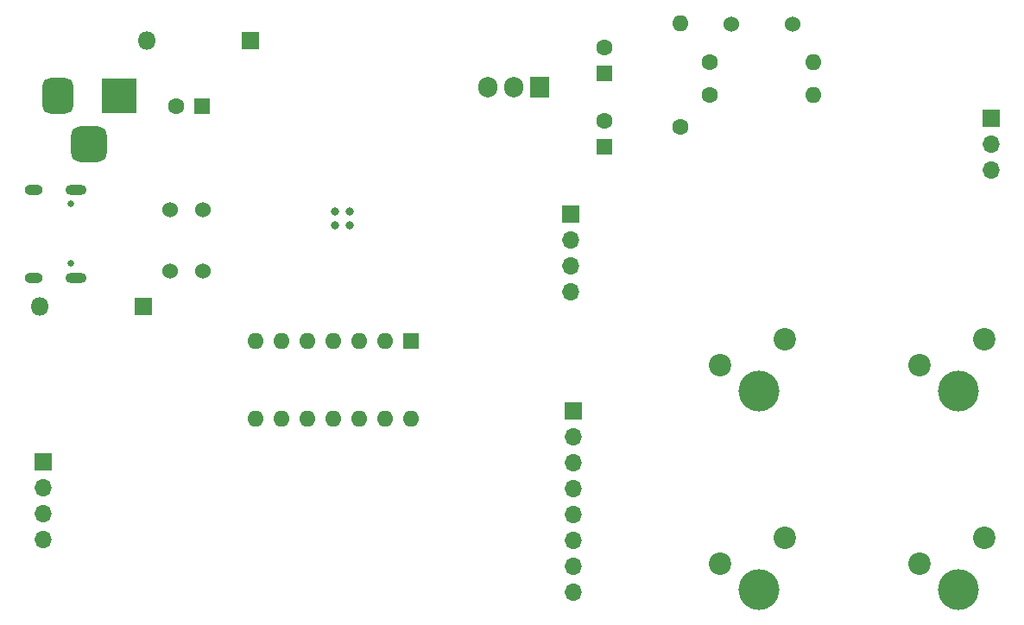
<source format=gbs>
%TF.GenerationSoftware,KiCad,Pcbnew,8.0.8*%
%TF.CreationDate,2025-02-13T18:12:53+13:00*%
%TF.ProjectId,Intelliwatch-Mk-II,496e7465-6c6c-4697-9761-7463682d4d6b,1.?*%
%TF.SameCoordinates,Original*%
%TF.FileFunction,Soldermask,Bot*%
%TF.FilePolarity,Negative*%
%FSLAX46Y46*%
G04 Gerber Fmt 4.6, Leading zero omitted, Abs format (unit mm)*
G04 Created by KiCad (PCBNEW 8.0.8) date 2025-02-13 18:12:53*
%MOMM*%
%LPD*%
G01*
G04 APERTURE LIST*
G04 Aperture macros list*
%AMRoundRect*
0 Rectangle with rounded corners*
0 $1 Rounding radius*
0 $2 $3 $4 $5 $6 $7 $8 $9 X,Y pos of 4 corners*
0 Add a 4 corners polygon primitive as box body*
4,1,4,$2,$3,$4,$5,$6,$7,$8,$9,$2,$3,0*
0 Add four circle primitives for the rounded corners*
1,1,$1+$1,$2,$3*
1,1,$1+$1,$4,$5*
1,1,$1+$1,$6,$7*
1,1,$1+$1,$8,$9*
0 Add four rect primitives between the rounded corners*
20,1,$1+$1,$2,$3,$4,$5,0*
20,1,$1+$1,$4,$5,$6,$7,0*
20,1,$1+$1,$6,$7,$8,$9,0*
20,1,$1+$1,$8,$9,$2,$3,0*%
G04 Aperture macros list end*
%ADD10R,1.700000X1.700000*%
%ADD11O,1.700000X1.700000*%
%ADD12C,4.000000*%
%ADD13C,2.200000*%
%ADD14R,1.600000X1.600000*%
%ADD15C,1.600000*%
%ADD16R,1.905000X2.000000*%
%ADD17O,1.905000X2.000000*%
%ADD18R,1.800000X1.800000*%
%ADD19O,1.800000X1.800000*%
%ADD20O,1.600000X1.600000*%
%ADD21C,1.524000*%
%ADD22C,0.650000*%
%ADD23O,2.100000X1.000000*%
%ADD24O,1.800000X1.000000*%
%ADD25R,3.500000X3.500000*%
%ADD26RoundRect,0.750000X-0.750000X-1.000000X0.750000X-1.000000X0.750000X1.000000X-0.750000X1.000000X0*%
%ADD27RoundRect,0.875000X-0.875000X-0.875000X0.875000X-0.875000X0.875000X0.875000X-0.875000X0.875000X0*%
%ADD28C,0.800000*%
G04 APERTURE END LIST*
D10*
%TO.C,J6*%
X125250000Y-63550000D03*
D11*
X125250000Y-66090000D03*
X125250000Y-68630000D03*
X125250000Y-71170000D03*
%TD*%
D12*
%TO.C,SW6*%
X143750000Y-100350000D03*
D13*
X146290000Y-95270000D03*
X139940000Y-97810000D03*
%TD*%
D14*
%TO.C,C11*%
X128600000Y-49700000D03*
D15*
X128600000Y-47200000D03*
%TD*%
D16*
%TO.C,U3*%
X122200000Y-51100000D03*
D17*
X119660000Y-51100000D03*
X117120000Y-51100000D03*
%TD*%
D12*
%TO.C,SW5*%
X163290000Y-80850000D03*
D13*
X165830000Y-75770000D03*
X159480000Y-78310000D03*
%TD*%
D18*
%TO.C,D4*%
X93880000Y-46500000D03*
D19*
X83720000Y-46500000D03*
%TD*%
D10*
%TO.C,J4*%
X166525000Y-54100000D03*
D11*
X166525000Y-56640000D03*
X166525000Y-59180000D03*
%TD*%
D12*
%TO.C,SW7*%
X163290000Y-100350000D03*
D13*
X165830000Y-95270000D03*
X159480000Y-97810000D03*
%TD*%
D14*
%TO.C,C6*%
X128600000Y-56882400D03*
D15*
X128600000Y-54382400D03*
%TD*%
D18*
%TO.C,D7*%
X83330000Y-72600000D03*
D19*
X73170000Y-72600000D03*
%TD*%
D14*
%TO.C,U1*%
X109580000Y-75980000D03*
D20*
X107040000Y-75980000D03*
X104500000Y-75980000D03*
X101960000Y-75980000D03*
X99420000Y-75980000D03*
X96880000Y-75980000D03*
X94340000Y-75980000D03*
X94340000Y-83600000D03*
X96880000Y-83600000D03*
X99420000Y-83600000D03*
X101960000Y-83600000D03*
X104500000Y-83600000D03*
X107040000Y-83600000D03*
X109580000Y-83600000D03*
%TD*%
D21*
%TO.C,SW3*%
X89200000Y-63100000D03*
X89200000Y-69100000D03*
%TD*%
D22*
%TO.C,J3*%
X76280000Y-62530000D03*
X76280000Y-68310000D03*
D23*
X76800000Y-61100000D03*
D24*
X72600000Y-61100000D03*
D23*
X76800000Y-69740000D03*
D24*
X72600000Y-69740000D03*
%TD*%
D10*
%TO.C,J5*%
X125550000Y-82775000D03*
D11*
X125550000Y-85315000D03*
X125550000Y-87855000D03*
X125550000Y-90395000D03*
X125550000Y-92935000D03*
X125550000Y-95475000D03*
X125550000Y-98015000D03*
X125550000Y-100555000D03*
D10*
X73500000Y-87850000D03*
D11*
X73500000Y-90390000D03*
X73500000Y-92930000D03*
X73500000Y-95470000D03*
%TD*%
D15*
%TO.C,R1*%
X136000000Y-54930000D03*
D20*
X136000000Y-44770000D03*
%TD*%
D25*
%TO.C,J2*%
X81000000Y-51942500D03*
D26*
X75000000Y-51942500D03*
D27*
X78000000Y-56642500D03*
%TD*%
D21*
%TO.C,J1*%
X141000000Y-44850000D03*
X147000000Y-44850000D03*
%TD*%
D14*
%TO.C,C1*%
X89082400Y-52900000D03*
D15*
X86582400Y-52900000D03*
%TD*%
D12*
%TO.C,SW4*%
X143750000Y-80850000D03*
D13*
X146290000Y-75770000D03*
X139940000Y-78310000D03*
%TD*%
D28*
%TO.C,U9*%
X103600000Y-64650000D03*
X103600000Y-63250000D03*
X102200000Y-64650000D03*
X102200000Y-63250000D03*
%TD*%
D15*
%TO.C,R2*%
X138920000Y-48600000D03*
D20*
X149080000Y-48600000D03*
%TD*%
D15*
%TO.C,R3*%
X138920000Y-51850000D03*
D20*
X149080000Y-51850000D03*
%TD*%
D21*
%TO.C,SW1*%
X86000000Y-63100000D03*
X86000000Y-69100000D03*
%TD*%
M02*

</source>
